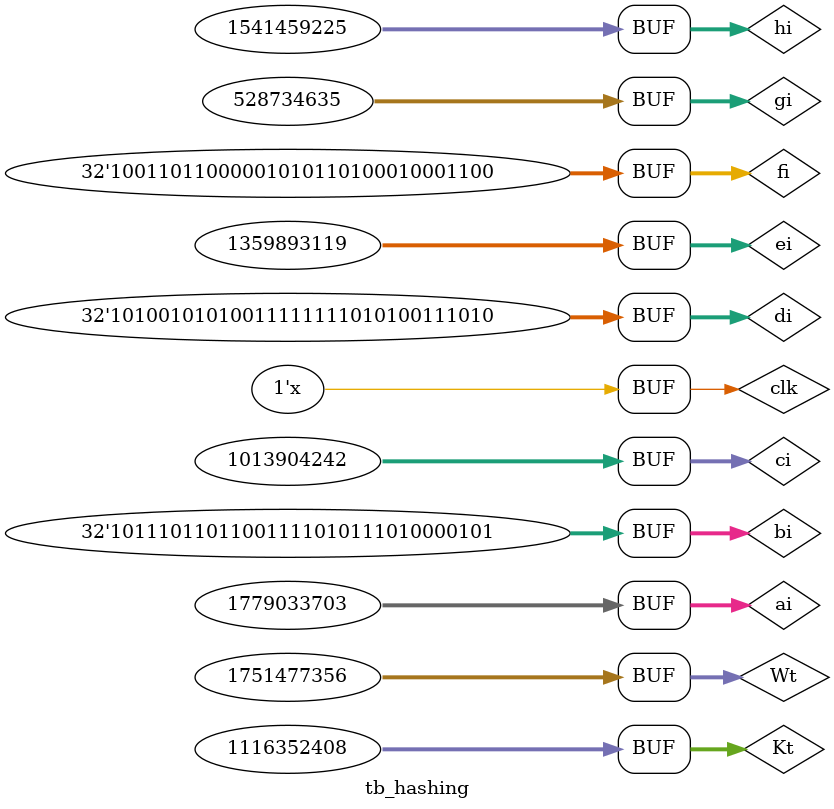
<source format=v>
`timescale 1ns / 1ps


module tb_hashing;
reg[31:0] ai,bi,ci,di,ei,fi,gi,hi;
reg[31:0] Wt,Kt;
reg clk;
wire[255:0] out1;

hashing hash(
    .clk(clk),
    .ai(ai),.bi(bi),.ci(ci),.di(di),.ei(ei),.fi(fi),.gi(gi),.hi(hi),
    .Wt(Wt), .Kt(Kt),
    .digest(out1)
);

initial
begin
    clk =0;
    ai = 32'b01101010000010011110011001100111;
    bi = 32'b10111011011001111010111010000101;
    ci = 32'b00111100011011101111001101110010;
    di = 32'b10100101010011111111010100111010;
    ei = 32'b01010001000011100101001001111111;
    fi = 32'b10011011000001010110100010001100;
    gi = 32'b00011111100000111101100110101011;
    hi = 32'b01011011111000001100110100011001;
    Kt = 32'b1000010100010100010111110011000;
    Wt = 32'b01101000011001010110110001101100;
end
always #10 clk = ~clk;

//Expected Result
/*
01100100011011011111010010111001
01101010000010011110011001100111
10111011011001111010111010000101
00111100011011101111001101110010
00000001001011010100111100001110
01010001000011100101001001111111
10011011000001010110100010001100
00011111100000111101100110101011
*/



endmodule

</source>
